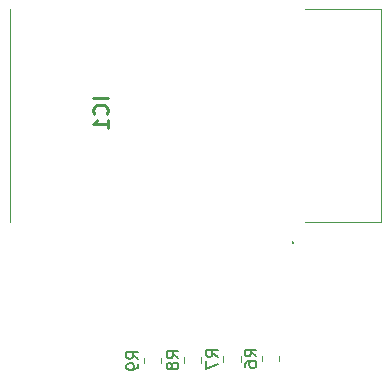
<source format=gbr>
%TF.GenerationSoftware,KiCad,Pcbnew,7.0.9*%
%TF.CreationDate,2023-11-15T19:03:46-05:00*%
%TF.ProjectId,SB2_ACOND_CONN,5342325f-4143-44f4-9e44-5f434f4e4e2e,rev?*%
%TF.SameCoordinates,Original*%
%TF.FileFunction,Legend,Bot*%
%TF.FilePolarity,Positive*%
%FSLAX46Y46*%
G04 Gerber Fmt 4.6, Leading zero omitted, Abs format (unit mm)*
G04 Created by KiCad (PCBNEW 7.0.9) date 2023-11-15 19:03:46*
%MOMM*%
%LPD*%
G01*
G04 APERTURE LIST*
%ADD10C,0.150000*%
%ADD11C,0.254000*%
%ADD12C,0.120000*%
%ADD13C,0.200000*%
%ADD14C,0.100000*%
G04 APERTURE END LIST*
D10*
X76790819Y-77055733D02*
X76314628Y-76722400D01*
X76790819Y-76484305D02*
X75790819Y-76484305D01*
X75790819Y-76484305D02*
X75790819Y-76865257D01*
X75790819Y-76865257D02*
X75838438Y-76960495D01*
X75838438Y-76960495D02*
X75886057Y-77008114D01*
X75886057Y-77008114D02*
X75981295Y-77055733D01*
X75981295Y-77055733D02*
X76124152Y-77055733D01*
X76124152Y-77055733D02*
X76219390Y-77008114D01*
X76219390Y-77008114D02*
X76267009Y-76960495D01*
X76267009Y-76960495D02*
X76314628Y-76865257D01*
X76314628Y-76865257D02*
X76314628Y-76484305D01*
X76219390Y-77627162D02*
X76171771Y-77531924D01*
X76171771Y-77531924D02*
X76124152Y-77484305D01*
X76124152Y-77484305D02*
X76028914Y-77436686D01*
X76028914Y-77436686D02*
X75981295Y-77436686D01*
X75981295Y-77436686D02*
X75886057Y-77484305D01*
X75886057Y-77484305D02*
X75838438Y-77531924D01*
X75838438Y-77531924D02*
X75790819Y-77627162D01*
X75790819Y-77627162D02*
X75790819Y-77817638D01*
X75790819Y-77817638D02*
X75838438Y-77912876D01*
X75838438Y-77912876D02*
X75886057Y-77960495D01*
X75886057Y-77960495D02*
X75981295Y-78008114D01*
X75981295Y-78008114D02*
X76028914Y-78008114D01*
X76028914Y-78008114D02*
X76124152Y-77960495D01*
X76124152Y-77960495D02*
X76171771Y-77912876D01*
X76171771Y-77912876D02*
X76219390Y-77817638D01*
X76219390Y-77817638D02*
X76219390Y-77627162D01*
X76219390Y-77627162D02*
X76267009Y-77531924D01*
X76267009Y-77531924D02*
X76314628Y-77484305D01*
X76314628Y-77484305D02*
X76409866Y-77436686D01*
X76409866Y-77436686D02*
X76600342Y-77436686D01*
X76600342Y-77436686D02*
X76695580Y-77484305D01*
X76695580Y-77484305D02*
X76743200Y-77531924D01*
X76743200Y-77531924D02*
X76790819Y-77627162D01*
X76790819Y-77627162D02*
X76790819Y-77817638D01*
X76790819Y-77817638D02*
X76743200Y-77912876D01*
X76743200Y-77912876D02*
X76695580Y-77960495D01*
X76695580Y-77960495D02*
X76600342Y-78008114D01*
X76600342Y-78008114D02*
X76409866Y-78008114D01*
X76409866Y-78008114D02*
X76314628Y-77960495D01*
X76314628Y-77960495D02*
X76267009Y-77912876D01*
X76267009Y-77912876D02*
X76219390Y-77817638D01*
X80143619Y-76954133D02*
X79667428Y-76620800D01*
X80143619Y-76382705D02*
X79143619Y-76382705D01*
X79143619Y-76382705D02*
X79143619Y-76763657D01*
X79143619Y-76763657D02*
X79191238Y-76858895D01*
X79191238Y-76858895D02*
X79238857Y-76906514D01*
X79238857Y-76906514D02*
X79334095Y-76954133D01*
X79334095Y-76954133D02*
X79476952Y-76954133D01*
X79476952Y-76954133D02*
X79572190Y-76906514D01*
X79572190Y-76906514D02*
X79619809Y-76858895D01*
X79619809Y-76858895D02*
X79667428Y-76763657D01*
X79667428Y-76763657D02*
X79667428Y-76382705D01*
X79143619Y-77287467D02*
X79143619Y-77954133D01*
X79143619Y-77954133D02*
X80143619Y-77525562D01*
D11*
X70824318Y-55050237D02*
X69554318Y-55050237D01*
X70703365Y-56380714D02*
X70763842Y-56320238D01*
X70763842Y-56320238D02*
X70824318Y-56138809D01*
X70824318Y-56138809D02*
X70824318Y-56017857D01*
X70824318Y-56017857D02*
X70763842Y-55836428D01*
X70763842Y-55836428D02*
X70642889Y-55715476D01*
X70642889Y-55715476D02*
X70521937Y-55654999D01*
X70521937Y-55654999D02*
X70280032Y-55594523D01*
X70280032Y-55594523D02*
X70098603Y-55594523D01*
X70098603Y-55594523D02*
X69856699Y-55654999D01*
X69856699Y-55654999D02*
X69735746Y-55715476D01*
X69735746Y-55715476D02*
X69614794Y-55836428D01*
X69614794Y-55836428D02*
X69554318Y-56017857D01*
X69554318Y-56017857D02*
X69554318Y-56138809D01*
X69554318Y-56138809D02*
X69614794Y-56320238D01*
X69614794Y-56320238D02*
X69675270Y-56380714D01*
X70824318Y-57590238D02*
X70824318Y-56864523D01*
X70824318Y-57227380D02*
X69554318Y-57227380D01*
X69554318Y-57227380D02*
X69735746Y-57106428D01*
X69735746Y-57106428D02*
X69856699Y-56985476D01*
X69856699Y-56985476D02*
X69917175Y-56864523D01*
D10*
X73387219Y-77106533D02*
X72911028Y-76773200D01*
X73387219Y-76535105D02*
X72387219Y-76535105D01*
X72387219Y-76535105D02*
X72387219Y-76916057D01*
X72387219Y-76916057D02*
X72434838Y-77011295D01*
X72434838Y-77011295D02*
X72482457Y-77058914D01*
X72482457Y-77058914D02*
X72577695Y-77106533D01*
X72577695Y-77106533D02*
X72720552Y-77106533D01*
X72720552Y-77106533D02*
X72815790Y-77058914D01*
X72815790Y-77058914D02*
X72863409Y-77011295D01*
X72863409Y-77011295D02*
X72911028Y-76916057D01*
X72911028Y-76916057D02*
X72911028Y-76535105D01*
X73387219Y-77582724D02*
X73387219Y-77773200D01*
X73387219Y-77773200D02*
X73339600Y-77868438D01*
X73339600Y-77868438D02*
X73291980Y-77916057D01*
X73291980Y-77916057D02*
X73149123Y-78011295D01*
X73149123Y-78011295D02*
X72958647Y-78058914D01*
X72958647Y-78058914D02*
X72577695Y-78058914D01*
X72577695Y-78058914D02*
X72482457Y-78011295D01*
X72482457Y-78011295D02*
X72434838Y-77963676D01*
X72434838Y-77963676D02*
X72387219Y-77868438D01*
X72387219Y-77868438D02*
X72387219Y-77677962D01*
X72387219Y-77677962D02*
X72434838Y-77582724D01*
X72434838Y-77582724D02*
X72482457Y-77535105D01*
X72482457Y-77535105D02*
X72577695Y-77487486D01*
X72577695Y-77487486D02*
X72815790Y-77487486D01*
X72815790Y-77487486D02*
X72911028Y-77535105D01*
X72911028Y-77535105D02*
X72958647Y-77582724D01*
X72958647Y-77582724D02*
X73006266Y-77677962D01*
X73006266Y-77677962D02*
X73006266Y-77868438D01*
X73006266Y-77868438D02*
X72958647Y-77963676D01*
X72958647Y-77963676D02*
X72911028Y-78011295D01*
X72911028Y-78011295D02*
X72815790Y-78058914D01*
X83394819Y-76903333D02*
X82918628Y-76570000D01*
X83394819Y-76331905D02*
X82394819Y-76331905D01*
X82394819Y-76331905D02*
X82394819Y-76712857D01*
X82394819Y-76712857D02*
X82442438Y-76808095D01*
X82442438Y-76808095D02*
X82490057Y-76855714D01*
X82490057Y-76855714D02*
X82585295Y-76903333D01*
X82585295Y-76903333D02*
X82728152Y-76903333D01*
X82728152Y-76903333D02*
X82823390Y-76855714D01*
X82823390Y-76855714D02*
X82871009Y-76808095D01*
X82871009Y-76808095D02*
X82918628Y-76712857D01*
X82918628Y-76712857D02*
X82918628Y-76331905D01*
X82394819Y-77760476D02*
X82394819Y-77570000D01*
X82394819Y-77570000D02*
X82442438Y-77474762D01*
X82442438Y-77474762D02*
X82490057Y-77427143D01*
X82490057Y-77427143D02*
X82632914Y-77331905D01*
X82632914Y-77331905D02*
X82823390Y-77284286D01*
X82823390Y-77284286D02*
X83204342Y-77284286D01*
X83204342Y-77284286D02*
X83299580Y-77331905D01*
X83299580Y-77331905D02*
X83347200Y-77379524D01*
X83347200Y-77379524D02*
X83394819Y-77474762D01*
X83394819Y-77474762D02*
X83394819Y-77665238D01*
X83394819Y-77665238D02*
X83347200Y-77760476D01*
X83347200Y-77760476D02*
X83299580Y-77808095D01*
X83299580Y-77808095D02*
X83204342Y-77855714D01*
X83204342Y-77855714D02*
X82966247Y-77855714D01*
X82966247Y-77855714D02*
X82871009Y-77808095D01*
X82871009Y-77808095D02*
X82823390Y-77760476D01*
X82823390Y-77760476D02*
X82775771Y-77665238D01*
X82775771Y-77665238D02*
X82775771Y-77474762D01*
X82775771Y-77474762D02*
X82823390Y-77379524D01*
X82823390Y-77379524D02*
X82871009Y-77331905D01*
X82871009Y-77331905D02*
X82966247Y-77284286D01*
D12*
%TO.C,R8*%
X78721000Y-76995336D02*
X78721000Y-77449464D01*
X77251000Y-76995336D02*
X77251000Y-77449464D01*
%TO.C,R7*%
X82073800Y-76893736D02*
X82073800Y-77347864D01*
X80603800Y-76893736D02*
X80603800Y-77347864D01*
D13*
%TO.C,IC1*%
X86470000Y-67320000D02*
X86470000Y-67320000D01*
X86470000Y-67320000D02*
X86470000Y-67320000D01*
X86470000Y-67220000D02*
X86470000Y-67220000D01*
D14*
X62520000Y-65520000D02*
X62520000Y-65520000D01*
X62520000Y-65520000D02*
X62520000Y-47520000D01*
X87480000Y-65520000D02*
X87480000Y-65520000D01*
X87480000Y-65520000D02*
X93920000Y-65520000D01*
X93920000Y-65520000D02*
X87480000Y-65520000D01*
X93920000Y-65520000D02*
X93920000Y-65520000D01*
X93920000Y-65520000D02*
X93920000Y-65520000D01*
X93920000Y-65520000D02*
X93920000Y-47520000D01*
X62520000Y-47520000D02*
X62520000Y-65520000D01*
X62520000Y-47520000D02*
X62520000Y-47520000D01*
X87480000Y-47520000D02*
X87480000Y-47520000D01*
X87480000Y-47520000D02*
X93920000Y-47520000D01*
X93920000Y-47520000D02*
X93920000Y-65520000D01*
X93920000Y-47520000D02*
X87480000Y-47520000D01*
X93920000Y-47520000D02*
X93920000Y-47520000D01*
X93920000Y-47520000D02*
X93920000Y-47520000D01*
D13*
X86470000Y-67220000D02*
G75*
G03*
X86470000Y-67320000I0J-50000D01*
G01*
X86470000Y-67220000D02*
G75*
G03*
X86470000Y-67320000I0J-50000D01*
G01*
X86470000Y-67320000D02*
G75*
G03*
X86470000Y-67220000I0J50000D01*
G01*
D12*
%TO.C,R9*%
X75317400Y-77046136D02*
X75317400Y-77500264D01*
X73847400Y-77046136D02*
X73847400Y-77500264D01*
%TO.C,R6*%
X85325000Y-76842936D02*
X85325000Y-77297064D01*
X83855000Y-76842936D02*
X83855000Y-77297064D01*
%TD*%
M02*

</source>
